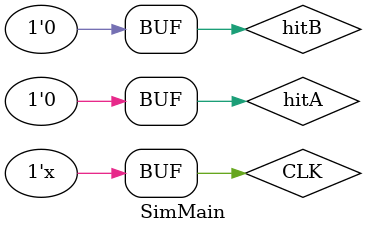
<source format=sv>
`timescale 1ns / 1ps


module SimMain();

    parameter CLK_CYCLE = 4;

    reg CLK;

    reg hitA, hitB;
    // wire testOut;
    // wire [7: 0] ballLocation;
    wire EnA, EnB;

    initial begin 
        CLK = 'b0;
        hitA = 'b0;
        // speedA = 'b0;
        hitB = 'b0;
        // speedB = 'b0;
    end

    always #(CLK_CYCLE/2) CLK = ~CLK;

    wire [2: 0] status;

    Main main(CLK, hitA, hitB, status);

    initial begin 
        hitA = 'b0;
        #200;

        hitA = ~hitA;

        #50 
        hitA = ~hitA;

        #50 
        hitA = ~hitA;

        #50 
        hitA = ~hitA;

        #50 
        hitA = ~hitA;

        #50 
        hitA = ~hitA;

        #50 
        hitA = ~hitA;

        #50 
        hitA = ~hitA;

        #50 
        hitA = ~hitA;
    end

endmodule

</source>
